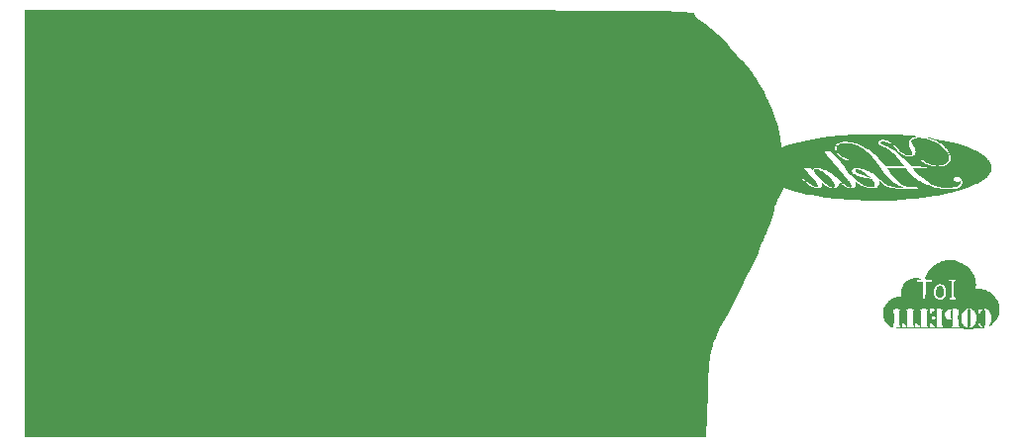
<source format=gbo>
G04 Layer: BottomSilkscreenLayer*
G04 EasyEDA v6.5.48, 2025-03-08 11:52:12*
G04 30e90ac5d70944fe866dc529022a22e9,369c048249c94b259d5cf78f180de413,10*
G04 Gerber Generator version 0.2*
G04 Scale: 100 percent, Rotated: No, Reflected: No *
G04 Dimensions in millimeters *
G04 leading zeros omitted , absolute positions ,4 integer and 5 decimal *
%FSLAX45Y45*%
%MOMM*%

%ADD10C,0.1524*%
%ADD11C,0.2032*%
%ADD12C,0.2540*%

%LPD*%
G36*
X6826453Y-3986072D02*
G01*
X6809587Y-3986428D01*
X6791655Y-3987241D01*
X6777736Y-3988308D01*
X6764578Y-3989933D01*
X6752132Y-3992168D01*
X6740194Y-3994962D01*
X6728714Y-3998417D01*
X6717436Y-4002582D01*
X6706260Y-4007510D01*
X6695135Y-4013149D01*
X6683806Y-4019651D01*
X6674103Y-4025849D01*
X6666026Y-4031996D01*
X6657695Y-4039108D01*
X6649415Y-4047134D01*
X6641236Y-4055821D01*
X6633362Y-4065015D01*
X6625844Y-4074515D01*
X6618935Y-4084218D01*
X6612737Y-4093921D01*
X6607403Y-4103471D01*
X6600596Y-4117746D01*
X6596989Y-4125874D01*
X6594297Y-4132579D01*
X6592671Y-4138066D01*
X6592062Y-4142384D01*
X6592519Y-4145737D01*
X6594144Y-4148175D01*
X6596938Y-4149902D01*
X6601002Y-4151020D01*
X6606336Y-4151629D01*
X6612991Y-4151934D01*
X6636715Y-4152290D01*
X6645554Y-4153458D01*
X6649466Y-4156201D01*
X6650329Y-4160977D01*
X6649466Y-4165803D01*
X6645808Y-4168495D01*
X6637680Y-4169714D01*
X6623303Y-4170019D01*
X6596278Y-4170019D01*
X6596278Y-4260189D01*
X6668922Y-4260189D01*
X6668922Y-4253128D01*
X6669278Y-4246321D01*
X6670090Y-4239869D01*
X6671208Y-4233672D01*
X6672783Y-4227880D01*
X6674662Y-4222445D01*
X6676948Y-4217416D01*
X6679590Y-4212793D01*
X6682536Y-4208627D01*
X6685889Y-4204868D01*
X6689547Y-4201617D01*
X6693408Y-4199026D01*
X6697878Y-4196892D01*
X6702755Y-4195165D01*
X6707987Y-4193895D01*
X6713423Y-4193082D01*
X6719011Y-4192676D01*
X6724599Y-4192727D01*
X6730136Y-4193235D01*
X6735419Y-4194200D01*
X6740347Y-4195622D01*
X6744919Y-4197553D01*
X6748881Y-4199890D01*
X6752336Y-4202633D01*
X6755485Y-4205833D01*
X6758431Y-4209592D01*
X6761124Y-4213758D01*
X6763562Y-4218279D01*
X6765696Y-4223258D01*
X6767575Y-4228541D01*
X6769100Y-4234129D01*
X6770319Y-4239971D01*
X6771233Y-4246067D01*
X6771741Y-4252366D01*
X6771944Y-4258818D01*
X6771690Y-4265523D01*
X6770979Y-4271975D01*
X6769862Y-4278172D01*
X6768287Y-4284065D01*
X6766356Y-4289704D01*
X6764020Y-4294987D01*
X6761327Y-4299915D01*
X6758330Y-4304538D01*
X6755028Y-4308703D01*
X6751472Y-4312462D01*
X6749567Y-4314139D01*
X6798970Y-4314139D01*
X6799580Y-4309973D01*
X6801510Y-4307179D01*
X6805015Y-4305604D01*
X6810248Y-4305147D01*
X6821525Y-4305147D01*
X6821525Y-4165498D01*
X6810248Y-4165498D01*
X6805523Y-4165041D01*
X6801967Y-4163720D01*
X6799732Y-4161586D01*
X6798970Y-4158742D01*
X6800291Y-4155440D01*
X6804964Y-4153357D01*
X6813956Y-4152290D01*
X6828231Y-4151985D01*
X6842556Y-4152290D01*
X6851548Y-4153357D01*
X6856222Y-4155440D01*
X6857542Y-4158742D01*
X6856831Y-4161383D01*
X6854901Y-4163517D01*
X6852056Y-4164990D01*
X6846519Y-4165600D01*
X6844842Y-4166057D01*
X6843471Y-4167022D01*
X6842353Y-4168749D01*
X6841490Y-4171492D01*
X6840778Y-4175353D01*
X6840270Y-4180636D01*
X6839712Y-4196232D01*
X6839508Y-4219905D01*
X6839610Y-4263694D01*
X6839915Y-4283151D01*
X6840270Y-4290009D01*
X6840778Y-4295292D01*
X6841490Y-4299204D01*
X6842353Y-4301896D01*
X6843471Y-4303623D01*
X6844842Y-4304639D01*
X6846519Y-4305046D01*
X6852462Y-4305706D01*
X6855307Y-4307382D01*
X6856984Y-4310227D01*
X6857542Y-4314139D01*
X6856679Y-4318965D01*
X6852767Y-4321708D01*
X6843928Y-4322876D01*
X6828231Y-4323181D01*
X6812584Y-4322876D01*
X6803745Y-4321708D01*
X6799834Y-4318965D01*
X6798970Y-4314139D01*
X6749567Y-4314139D01*
X6747662Y-4315815D01*
X6743598Y-4318711D01*
X6739331Y-4321098D01*
X6734911Y-4322978D01*
X6730288Y-4324350D01*
X6725564Y-4325213D01*
X6720687Y-4325467D01*
X6715759Y-4325112D01*
X6710781Y-4324146D01*
X6705701Y-4322521D01*
X6700316Y-4320235D01*
X6695338Y-4317492D01*
X6690868Y-4314444D01*
X6686803Y-4310938D01*
X6683146Y-4307078D01*
X6679946Y-4302760D01*
X6677202Y-4298035D01*
X6674815Y-4292904D01*
X6672884Y-4287266D01*
X6671309Y-4281170D01*
X6670141Y-4274616D01*
X6669328Y-4267555D01*
X6668922Y-4260189D01*
X6596278Y-4260189D01*
X6596227Y-4277817D01*
X6595872Y-4299153D01*
X6595516Y-4306671D01*
X6595008Y-4312462D01*
X6594348Y-4316730D01*
X6593433Y-4319676D01*
X6592316Y-4321556D01*
X6590944Y-4322622D01*
X6589268Y-4323080D01*
X6585254Y-4323080D01*
X6583578Y-4322622D01*
X6582206Y-4321556D01*
X6581089Y-4319676D01*
X6580174Y-4316730D01*
X6579514Y-4312462D01*
X6579006Y-4306671D01*
X6578447Y-4289602D01*
X6578244Y-4263542D01*
X6578244Y-4170019D01*
X6551218Y-4170019D01*
X6536994Y-4169714D01*
X6528816Y-4168495D01*
X6525107Y-4165854D01*
X6524193Y-4161282D01*
X6525006Y-4156862D01*
X6528003Y-4153966D01*
X6533845Y-4152137D01*
X6543344Y-4151071D01*
X6562496Y-4149598D01*
X6542278Y-4143552D01*
X6537096Y-4142232D01*
X6531711Y-4141165D01*
X6526072Y-4140454D01*
X6520281Y-4139996D01*
X6514388Y-4139793D01*
X6502247Y-4140250D01*
X6496100Y-4140860D01*
X6483858Y-4142892D01*
X6477812Y-4144213D01*
X6466027Y-4147616D01*
X6454952Y-4151934D01*
X6449720Y-4154373D01*
X6444792Y-4157014D01*
X6440119Y-4159859D01*
X6435852Y-4162907D01*
X6431889Y-4166057D01*
X6428486Y-4169410D01*
X6424726Y-4173626D01*
X6420764Y-4178604D01*
X6416751Y-4184091D01*
X6408928Y-4196080D01*
X6402273Y-4208221D01*
X6398158Y-4216857D01*
X6394907Y-4224274D01*
X6392570Y-4230878D01*
X6390894Y-4237177D01*
X6389928Y-4243578D01*
X6389471Y-4250537D01*
X6389471Y-4258614D01*
X6391300Y-4299610D01*
X6356654Y-4302506D01*
X6350254Y-4303369D01*
X6344056Y-4304487D01*
X6332067Y-4307433D01*
X6326276Y-4309262D01*
X6320688Y-4311294D01*
X6315202Y-4313580D01*
X6309868Y-4316120D01*
X6304635Y-4318914D01*
X6299606Y-4321911D01*
X6294678Y-4325162D01*
X6285230Y-4332376D01*
X6280759Y-4336338D01*
X6276390Y-4340555D01*
X6268110Y-4349699D01*
X6260338Y-4359859D01*
X6256629Y-4365244D01*
X6249720Y-4376877D01*
X6246418Y-4383024D01*
X6243066Y-4389882D01*
X6240373Y-4396181D01*
X6238290Y-4402328D01*
X6236716Y-4408525D01*
X6235598Y-4415129D01*
X6234887Y-4422495D01*
X6234480Y-4430826D01*
X6234430Y-4447946D01*
X6234785Y-4454956D01*
X6235395Y-4461713D01*
X6236258Y-4468114D01*
X6237427Y-4474311D01*
X6238849Y-4480255D01*
X6240627Y-4485995D01*
X6242710Y-4491532D01*
X6245098Y-4496968D01*
X6247841Y-4502302D01*
X6250940Y-4507534D01*
X6254445Y-4512716D01*
X6258306Y-4517898D01*
X6262522Y-4523079D01*
X6267196Y-4528312D01*
X6286093Y-4547870D01*
X6290462Y-4551629D01*
X6295810Y-4555134D01*
X6316980Y-4555134D01*
X6317335Y-4552543D01*
X6318300Y-4550359D01*
X6319774Y-4548936D01*
X6321501Y-4548378D01*
X6322161Y-4547870D01*
X6322822Y-4546396D01*
X6323888Y-4540504D01*
X6324803Y-4531004D01*
X6325463Y-4518152D01*
X6325870Y-4502150D01*
X6326022Y-4483354D01*
X6325870Y-4465066D01*
X6325412Y-4449013D01*
X6324752Y-4435602D01*
X6323838Y-4425289D01*
X6322771Y-4418431D01*
X6322161Y-4416450D01*
X6321501Y-4415485D01*
X6319774Y-4414113D01*
X6318300Y-4412284D01*
X6317335Y-4410354D01*
X6316980Y-4408474D01*
X6319672Y-4406849D01*
X6326936Y-4405477D01*
X6337655Y-4404563D01*
X6350762Y-4404258D01*
X6361633Y-4404461D01*
X6370472Y-4405071D01*
X6377330Y-4405985D01*
X6382054Y-4407255D01*
X6383660Y-4408271D01*
X6429603Y-4408271D01*
X6430365Y-4407458D01*
X6432448Y-4406696D01*
X6440170Y-4405426D01*
X6451650Y-4404563D01*
X6465620Y-4404258D01*
X6480505Y-4404614D01*
X6486550Y-4405020D01*
X6495796Y-4406341D01*
X6498894Y-4407204D01*
X6500972Y-4408271D01*
X6546748Y-4408271D01*
X6547459Y-4407458D01*
X6549593Y-4406696D01*
X6557314Y-4405426D01*
X6568744Y-4404563D01*
X6582765Y-4404258D01*
X6717893Y-4404258D01*
X6726478Y-4404461D01*
X6733489Y-4405020D01*
X6738874Y-4405985D01*
X6742684Y-4407306D01*
X6744766Y-4408932D01*
X6745071Y-4410862D01*
X6743649Y-4413046D01*
X6740398Y-4415485D01*
X6739788Y-4416450D01*
X6739178Y-4418330D01*
X6738061Y-4424934D01*
X6736756Y-4441748D01*
X6763207Y-4441748D01*
X6763512Y-4437075D01*
X6764375Y-4433112D01*
X6765899Y-4429506D01*
X6768185Y-4426000D01*
X6771386Y-4422292D01*
X6775551Y-4417974D01*
X6782816Y-4411522D01*
X6789826Y-4407306D01*
X6797141Y-4404969D01*
X6805371Y-4404258D01*
X6815632Y-4405071D01*
X6820611Y-4407611D01*
X6820306Y-4411827D01*
X6814718Y-4417771D01*
X6811721Y-4421936D01*
X6809587Y-4428794D01*
X6808368Y-4438548D01*
X6807962Y-4451553D01*
X6808368Y-4464507D01*
X6809587Y-4474311D01*
X6811721Y-4481169D01*
X6814718Y-4485335D01*
X6818528Y-4488840D01*
X6820763Y-4491837D01*
X6821474Y-4494326D01*
X6820662Y-4496206D01*
X6818375Y-4497476D01*
X6814616Y-4498136D01*
X6809435Y-4498187D01*
X6802831Y-4497527D01*
X6796786Y-4496511D01*
X6791299Y-4495088D01*
X6786422Y-4493260D01*
X6782053Y-4491024D01*
X6778244Y-4488281D01*
X6774891Y-4485132D01*
X6772046Y-4481423D01*
X6769608Y-4477156D01*
X6767626Y-4472381D01*
X6766052Y-4466996D01*
X6764832Y-4461002D01*
X6763410Y-4447387D01*
X6763207Y-4441748D01*
X6736756Y-4441748D01*
X6736232Y-4455160D01*
X6735927Y-4471568D01*
X6736029Y-4502505D01*
X6736486Y-4519168D01*
X6737248Y-4531410D01*
X6737807Y-4536033D01*
X6738518Y-4539843D01*
X6739331Y-4542840D01*
X6740245Y-4545228D01*
X6741363Y-4547006D01*
X6745884Y-4551578D01*
X6747337Y-4554524D01*
X6818985Y-4554524D01*
X6820408Y-4551680D01*
X6825081Y-4547006D01*
X6826199Y-4545126D01*
X6827113Y-4542637D01*
X6827926Y-4539386D01*
X6828637Y-4535271D01*
X6829653Y-4524044D01*
X6830212Y-4508144D01*
X6830466Y-4486656D01*
X6830517Y-4404258D01*
X6857542Y-4404258D01*
X6866128Y-4404461D01*
X6873138Y-4405020D01*
X6878523Y-4405985D01*
X6882282Y-4407306D01*
X6884365Y-4408932D01*
X6884720Y-4410862D01*
X6883298Y-4413046D01*
X6880047Y-4415485D01*
X6879437Y-4416450D01*
X6878218Y-4421225D01*
X6877253Y-4429556D01*
X6876440Y-4440986D01*
X6875881Y-4455160D01*
X6875576Y-4471568D01*
X6875576Y-4485538D01*
X6902602Y-4485538D01*
X6902602Y-4479848D01*
X6902907Y-4474159D01*
X6903516Y-4468469D01*
X6904481Y-4462881D01*
X6905752Y-4457344D01*
X6907377Y-4451908D01*
X6909358Y-4446625D01*
X6911644Y-4441444D01*
X6914235Y-4436516D01*
X6917232Y-4431741D01*
X6920534Y-4427169D01*
X6924192Y-4422902D01*
X6931050Y-4415993D01*
X6937705Y-4410252D01*
X6943953Y-4405782D01*
X6949541Y-4402683D01*
X6954266Y-4401058D01*
X6957923Y-4400956D01*
X6960311Y-4402582D01*
X6961124Y-4405934D01*
X6960768Y-4408779D01*
X6959803Y-4411522D01*
X6958380Y-4413910D01*
X6956653Y-4415485D01*
X6955891Y-4416602D01*
X6955180Y-4418888D01*
X6954012Y-4426508D01*
X6953097Y-4437532D01*
X6952488Y-4451096D01*
X6952132Y-4466437D01*
X6952284Y-4498848D01*
X6952742Y-4514342D01*
X6953453Y-4528159D01*
X6954418Y-4539538D01*
X6955637Y-4547666D01*
X6956348Y-4550206D01*
X6957161Y-4551578D01*
X6960209Y-4555236D01*
X6961463Y-4557877D01*
X6974636Y-4557877D01*
X6975043Y-4554524D01*
X6976059Y-4551070D01*
X6977583Y-4547870D01*
X6979412Y-4545431D01*
X6980174Y-4543806D01*
X6980834Y-4540758D01*
X6981850Y-4530801D01*
X6982459Y-4516831D01*
X6982663Y-4500067D01*
X6982561Y-4481728D01*
X6982053Y-4463084D01*
X6981291Y-4445304D01*
X6980174Y-4429709D01*
X6978853Y-4417466D01*
X6978040Y-4413046D01*
X6975957Y-4405782D01*
X6975602Y-4402836D01*
X6976211Y-4401007D01*
X6977837Y-4400296D01*
X6980529Y-4400702D01*
X6984390Y-4402226D01*
X6989470Y-4404817D01*
X6995820Y-4408576D01*
X7000341Y-4411522D01*
X7004507Y-4414672D01*
X7008317Y-4418025D01*
X7011771Y-4421682D01*
X7014972Y-4425543D01*
X7018650Y-4431131D01*
X7046722Y-4431131D01*
X7046925Y-4413656D01*
X7047331Y-4408271D01*
X7047992Y-4404715D01*
X7049058Y-4402836D01*
X7050582Y-4402226D01*
X7052716Y-4402734D01*
X7055459Y-4404106D01*
X7059980Y-4405833D01*
X7064857Y-4406493D01*
X7070140Y-4405985D01*
X7081367Y-4402531D01*
X7084872Y-4402175D01*
X7086752Y-4403496D01*
X7087260Y-4406442D01*
X7086600Y-4409338D01*
X7084720Y-4412386D01*
X7081977Y-4415231D01*
X7078624Y-4417568D01*
X7074712Y-4420920D01*
X7070293Y-4426762D01*
X7065975Y-4434230D01*
X7058964Y-4450384D01*
X7055662Y-4456836D01*
X7052767Y-4461205D01*
X7050633Y-4462830D01*
X7049109Y-4460290D01*
X7047890Y-4453483D01*
X7047026Y-4443425D01*
X7046722Y-4431131D01*
X7018650Y-4431131D01*
X7020407Y-4434128D01*
X7022693Y-4438954D01*
X7024725Y-4444085D01*
X7026503Y-4449572D01*
X7028078Y-4455515D01*
X7029399Y-4461814D01*
X7030364Y-4467809D01*
X7030974Y-4473803D01*
X7031278Y-4479798D01*
X7031228Y-4485741D01*
X7030923Y-4491634D01*
X7030262Y-4497476D01*
X7029348Y-4503166D01*
X7028129Y-4508754D01*
X7026605Y-4514189D01*
X7024827Y-4519472D01*
X7022247Y-4525518D01*
X7046722Y-4525518D01*
X7047839Y-4518964D01*
X7050786Y-4517237D01*
X7054799Y-4520234D01*
X7062165Y-4532731D01*
X7066229Y-4537862D01*
X7070953Y-4542637D01*
X7080402Y-4549902D01*
X7083856Y-4553356D01*
X7086092Y-4556607D01*
X7087108Y-4559503D01*
X7086853Y-4561789D01*
X7085279Y-4563313D01*
X7082434Y-4563821D01*
X7078218Y-4563211D01*
X7073442Y-4561128D01*
X7068312Y-4557572D01*
X7063028Y-4552848D01*
X7058050Y-4547362D01*
X7053580Y-4541469D01*
X7049973Y-4535627D01*
X7047585Y-4530191D01*
X7046722Y-4525518D01*
X7022247Y-4525518D01*
X7017867Y-4533849D01*
X7015022Y-4538116D01*
X7011924Y-4542078D01*
X7008571Y-4545685D01*
X7002018Y-4551832D01*
X6995769Y-4556709D01*
X6990029Y-4560417D01*
X6984949Y-4562754D01*
X6980681Y-4563770D01*
X6977430Y-4563313D01*
X6975398Y-4561382D01*
X6974636Y-4557877D01*
X6961463Y-4557877D01*
X6961631Y-4558233D01*
X6961530Y-4560519D01*
X6960057Y-4561992D01*
X6957314Y-4562602D01*
X6953503Y-4562246D01*
X6948779Y-4560925D01*
X6943191Y-4558538D01*
X6938568Y-4555947D01*
X6934200Y-4552950D01*
X6930085Y-4549648D01*
X6926275Y-4545990D01*
X6922719Y-4542078D01*
X6919417Y-4537862D01*
X6916420Y-4533392D01*
X6913727Y-4528667D01*
X6911289Y-4523740D01*
X6909155Y-4518660D01*
X6907326Y-4513376D01*
X6905752Y-4507992D01*
X6904532Y-4502505D01*
X6903567Y-4496917D01*
X6902602Y-4485538D01*
X6875576Y-4485538D01*
X6875678Y-4502505D01*
X6876084Y-4519168D01*
X6876897Y-4531410D01*
X6877456Y-4536033D01*
X6878167Y-4539843D01*
X6878980Y-4542840D01*
X6879894Y-4545228D01*
X6881012Y-4547006D01*
X6885635Y-4551680D01*
X6887057Y-4554524D01*
X6886549Y-4556861D01*
X6884009Y-4558690D01*
X6879437Y-4560112D01*
X6872782Y-4561128D01*
X6863994Y-4561738D01*
X6853021Y-4561890D01*
X6842099Y-4561738D01*
X6833311Y-4561128D01*
X6826605Y-4560112D01*
X6822033Y-4558690D01*
X6819493Y-4556861D01*
X6818985Y-4554524D01*
X6747337Y-4554524D01*
X6747052Y-4556709D01*
X6744868Y-4558588D01*
X6740855Y-4560062D01*
X6735013Y-4561078D01*
X6727240Y-4561687D01*
X6717639Y-4561890D01*
X6690868Y-4561890D01*
X6690868Y-4404258D01*
X6657086Y-4404258D01*
X6666280Y-4404614D01*
X6672580Y-4405731D01*
X6676186Y-4407662D01*
X6677355Y-4410456D01*
X6676644Y-4413097D01*
X6674713Y-4415586D01*
X6671868Y-4417669D01*
X6668363Y-4419041D01*
X6664299Y-4421073D01*
X6659727Y-4424781D01*
X6655257Y-4429709D01*
X6651498Y-4435297D01*
X6648145Y-4440732D01*
X6644894Y-4445152D01*
X6642150Y-4448149D01*
X6640220Y-4449267D01*
X6638899Y-4447489D01*
X6637832Y-4442663D01*
X6637070Y-4435500D01*
X6636816Y-4426762D01*
X6636816Y-4404258D01*
X6582765Y-4404258D01*
X6594551Y-4404360D01*
X6603796Y-4404766D01*
X6610603Y-4405477D01*
X6615175Y-4406544D01*
X6617665Y-4408119D01*
X6618224Y-4410151D01*
X6617055Y-4412792D01*
X6614210Y-4416044D01*
X6613194Y-4417872D01*
X6612280Y-4421225D01*
X6611467Y-4425899D01*
X6610146Y-4438599D01*
X6609181Y-4454652D01*
X6608572Y-4472736D01*
X6608484Y-4480814D01*
X6654850Y-4480814D01*
X6655104Y-4471568D01*
X6655917Y-4463745D01*
X6657187Y-4457547D01*
X6658762Y-4453128D01*
X6660591Y-4450689D01*
X6662623Y-4450384D01*
X6664706Y-4452416D01*
X6668465Y-4460697D01*
X6670852Y-4464964D01*
X6673646Y-4469231D01*
X6679895Y-4477359D01*
X6681012Y-4480814D01*
X6679895Y-4484268D01*
X6673646Y-4492396D01*
X6670852Y-4496663D01*
X6668465Y-4500981D01*
X6664706Y-4509262D01*
X6662623Y-4511243D01*
X6660591Y-4510938D01*
X6658762Y-4508500D01*
X6657187Y-4504080D01*
X6655917Y-4497882D01*
X6655104Y-4490059D01*
X6654850Y-4480814D01*
X6608484Y-4480814D01*
X6608419Y-4491482D01*
X6608724Y-4509668D01*
X6609384Y-4525873D01*
X6610553Y-4538776D01*
X6611315Y-4543602D01*
X6612178Y-4547158D01*
X6613144Y-4549190D01*
X6615531Y-4552594D01*
X6616547Y-4555388D01*
X6616039Y-4557623D01*
X6613855Y-4559300D01*
X6609943Y-4560519D01*
X6604152Y-4561332D01*
X6596380Y-4561789D01*
X6636816Y-4561890D01*
X6636969Y-4527499D01*
X6637375Y-4519625D01*
X6637985Y-4514291D01*
X6638696Y-4512360D01*
X6640169Y-4513580D01*
X6642862Y-4516932D01*
X6646316Y-4521860D01*
X6650177Y-4527905D01*
X6654596Y-4534154D01*
X6659524Y-4539691D01*
X6664401Y-4543907D01*
X6671970Y-4547819D01*
X6674764Y-4550054D01*
X6676644Y-4552746D01*
X6677355Y-4555439D01*
X6676237Y-4558436D01*
X6672681Y-4560417D01*
X6666433Y-4561535D01*
X6657086Y-4561890D01*
X6560261Y-4561890D01*
X6560210Y-4475632D01*
X6559956Y-4452975D01*
X6559397Y-4436668D01*
X6558991Y-4430572D01*
X6558432Y-4425696D01*
X6557721Y-4421886D01*
X6556908Y-4419041D01*
X6555943Y-4417009D01*
X6554774Y-4415688D01*
X6550863Y-4413554D01*
X6548729Y-4411878D01*
X6547256Y-4410049D01*
X6546748Y-4408271D01*
X6500972Y-4408271D01*
X6501942Y-4409338D01*
X6501892Y-4410608D01*
X6500723Y-4411929D01*
X6498386Y-4413351D01*
X6494932Y-4414875D01*
X6493764Y-4415891D01*
X6492697Y-4418025D01*
X6491732Y-4421073D01*
X6490106Y-4429709D01*
X6488836Y-4441139D01*
X6488023Y-4454601D01*
X6487617Y-4469384D01*
X6487566Y-4484725D01*
X6487972Y-4499965D01*
X6488785Y-4514240D01*
X6489954Y-4526940D01*
X6491579Y-4537303D01*
X6492544Y-4541367D01*
X6493611Y-4544568D01*
X6494780Y-4546803D01*
X6497523Y-4551121D01*
X6498894Y-4554575D01*
X6498742Y-4557217D01*
X6496913Y-4559147D01*
X6493205Y-4560519D01*
X6487515Y-4561332D01*
X6479641Y-4561789D01*
X6469380Y-4561890D01*
X6510680Y-4561890D01*
X6510680Y-4534865D01*
X6510934Y-4524908D01*
X6511594Y-4517288D01*
X6512661Y-4512056D01*
X6514185Y-4509160D01*
X6516116Y-4508652D01*
X6518452Y-4510532D01*
X6521196Y-4514799D01*
X6524244Y-4521504D01*
X6527292Y-4527499D01*
X6531406Y-4533646D01*
X6535978Y-4539234D01*
X6540601Y-4543552D01*
X6545732Y-4547971D01*
X6549085Y-4551781D01*
X6550609Y-4554931D01*
X6550355Y-4557471D01*
X6548272Y-4559452D01*
X6544309Y-4560824D01*
X6538569Y-4561636D01*
X6530949Y-4561890D01*
X6443116Y-4561890D01*
X6443014Y-4463440D01*
X6442608Y-4444085D01*
X6441846Y-4430572D01*
X6440627Y-4421886D01*
X6439814Y-4419041D01*
X6438798Y-4417009D01*
X6437680Y-4415688D01*
X6433718Y-4413554D01*
X6431584Y-4411878D01*
X6430162Y-4410049D01*
X6429603Y-4408271D01*
X6383660Y-4408271D01*
X6384544Y-4408830D01*
X6384696Y-4410659D01*
X6382512Y-4412691D01*
X6377787Y-4414875D01*
X6376619Y-4415891D01*
X6375552Y-4418025D01*
X6374587Y-4421073D01*
X6372961Y-4429709D01*
X6371742Y-4441139D01*
X6370929Y-4454601D01*
X6370472Y-4469384D01*
X6370472Y-4484725D01*
X6370878Y-4499965D01*
X6371640Y-4514240D01*
X6372860Y-4526940D01*
X6374485Y-4537303D01*
X6375400Y-4541367D01*
X6376466Y-4544568D01*
X6379972Y-4550664D01*
X6381496Y-4554270D01*
X6382004Y-4557217D01*
X6381394Y-4559046D01*
X6377889Y-4560163D01*
X6370370Y-4561078D01*
X6359956Y-4561687D01*
X6347764Y-4561890D01*
X6393586Y-4561890D01*
X6393586Y-4534865D01*
X6393789Y-4524908D01*
X6394450Y-4517288D01*
X6395567Y-4512056D01*
X6397091Y-4509160D01*
X6399022Y-4508652D01*
X6401358Y-4510532D01*
X6404051Y-4514799D01*
X6407150Y-4521504D01*
X6410198Y-4527499D01*
X6414262Y-4533646D01*
X6418884Y-4539234D01*
X6423456Y-4543552D01*
X6428587Y-4547971D01*
X6431940Y-4551781D01*
X6433515Y-4554931D01*
X6433210Y-4557471D01*
X6431127Y-4559452D01*
X6427216Y-4560824D01*
X6421475Y-4561636D01*
X6413855Y-4561890D01*
X6347764Y-4561890D01*
X6332677Y-4561586D01*
X6323228Y-4560519D01*
X6318402Y-4558436D01*
X6316980Y-4555134D01*
X6295810Y-4555134D01*
X6301130Y-4557674D01*
X6308191Y-4560163D01*
X6316929Y-4562246D01*
X6327698Y-4563973D01*
X6340906Y-4565497D01*
X6356959Y-4566716D01*
X6376212Y-4567732D01*
X6399072Y-4568596D01*
X6457086Y-4569917D01*
X6534048Y-4570933D01*
X6751574Y-4573168D01*
X6896557Y-4574235D01*
X6957618Y-4574489D01*
X7051040Y-4574286D01*
X7073798Y-4573879D01*
X7079183Y-4573574D01*
X7089698Y-4571695D01*
X7095490Y-4569510D01*
X7097928Y-4566615D01*
X7097471Y-4558944D01*
X7098334Y-4555134D01*
X7100163Y-4551578D01*
X7103922Y-4547057D01*
X7105040Y-4544466D01*
X7106056Y-4540961D01*
X7107783Y-4531512D01*
X7109053Y-4519523D01*
X7109968Y-4505706D01*
X7110425Y-4490720D01*
X7110425Y-4475327D01*
X7110069Y-4460290D01*
X7109256Y-4446320D01*
X7107986Y-4434078D01*
X7106361Y-4424375D01*
X7105345Y-4420717D01*
X7104227Y-4417923D01*
X7103008Y-4416145D01*
X7099706Y-4412538D01*
X7097522Y-4409389D01*
X7096302Y-4406747D01*
X7095998Y-4404614D01*
X7096556Y-4402988D01*
X7097877Y-4401820D01*
X7099858Y-4401210D01*
X7102398Y-4401007D01*
X7105497Y-4401312D01*
X7108952Y-4402124D01*
X7112812Y-4403394D01*
X7116876Y-4405172D01*
X7121093Y-4407408D01*
X7125411Y-4410100D01*
X7129729Y-4413300D01*
X7133996Y-4416958D01*
X7138263Y-4421174D01*
X7142073Y-4425594D01*
X7145528Y-4430166D01*
X7148525Y-4434992D01*
X7151166Y-4440021D01*
X7153402Y-4445355D01*
X7155230Y-4450943D01*
X7156754Y-4456887D01*
X7157872Y-4463135D01*
X7158685Y-4469841D01*
X7159193Y-4476902D01*
X7159345Y-4484420D01*
X7159193Y-4491228D01*
X7158736Y-4497679D01*
X7157974Y-4503775D01*
X7156856Y-4509566D01*
X7155383Y-4515205D01*
X7153554Y-4520793D01*
X7151319Y-4526280D01*
X7144816Y-4540046D01*
X7142225Y-4546701D01*
X7141108Y-4551222D01*
X7141667Y-4552899D01*
X7142988Y-4552391D01*
X7148372Y-4548581D01*
X7156754Y-4541723D01*
X7167016Y-4532731D01*
X7177379Y-4523130D01*
X7186218Y-4514037D01*
X7194194Y-4504893D01*
X7201255Y-4495596D01*
X7207503Y-4486198D01*
X7212888Y-4476546D01*
X7217460Y-4466691D01*
X7219492Y-4461662D01*
X7222845Y-4451350D01*
X7225487Y-4440732D01*
X7227366Y-4429709D01*
X7228484Y-4418228D01*
X7228941Y-4406341D01*
X7228840Y-4391761D01*
X7228128Y-4380230D01*
X7227417Y-4375150D01*
X7226401Y-4370273D01*
X7225080Y-4365396D01*
X7223353Y-4360367D01*
X7221220Y-4354982D01*
X7215479Y-4342434D01*
X7208621Y-4328617D01*
X7202170Y-4316933D01*
X7195667Y-4306366D01*
X7188860Y-4296765D01*
X7181646Y-4288129D01*
X7177938Y-4284065D01*
X7170013Y-4276496D01*
X7161428Y-4269536D01*
X7156907Y-4266234D01*
X7147204Y-4259986D01*
X7136587Y-4254042D01*
X7125157Y-4248404D01*
X7114641Y-4243882D01*
X7109663Y-4242003D01*
X7099757Y-4239056D01*
X7089343Y-4236872D01*
X7077659Y-4235348D01*
X7063892Y-4234281D01*
X7026452Y-4231944D01*
X7028180Y-4191965D01*
X7027976Y-4180890D01*
X7027164Y-4170019D01*
X7025589Y-4159250D01*
X7023353Y-4148582D01*
X7020407Y-4138117D01*
X7016750Y-4127703D01*
X7012381Y-4117390D01*
X7007301Y-4107129D01*
X7001459Y-4096918D01*
X6994906Y-4086809D01*
X6987641Y-4076700D01*
X6979615Y-4066590D01*
X6970826Y-4056532D01*
X6962292Y-4047540D01*
X6954774Y-4040327D01*
X6947103Y-4033926D01*
X6943090Y-4030878D01*
X6934352Y-4025087D01*
X6924446Y-4019397D01*
X6912914Y-4013606D01*
X6899351Y-4007358D01*
X6883400Y-4000500D01*
X6867855Y-3994099D01*
X6861454Y-3991711D01*
X6855714Y-3989832D01*
X6850278Y-3988358D01*
X6844893Y-3987292D01*
X6839305Y-3986580D01*
G37*
G36*
X6720890Y-4206494D02*
G01*
X6713575Y-4207052D01*
X6706819Y-4208830D01*
X6703415Y-4210710D01*
X6700266Y-4213453D01*
X6697370Y-4216958D01*
X6694779Y-4221226D01*
X6692544Y-4226052D01*
X6690614Y-4231386D01*
X6689039Y-4237177D01*
X6687820Y-4243273D01*
X6687007Y-4249572D01*
X6686600Y-4255973D01*
X6686550Y-4262475D01*
X6686956Y-4268825D01*
X6687820Y-4275074D01*
X6689140Y-4281017D01*
X6690918Y-4286656D01*
X6693204Y-4291787D01*
X6696557Y-4297121D01*
X6700570Y-4301490D01*
X6705041Y-4304893D01*
X6709867Y-4307332D01*
X6714998Y-4308754D01*
X6720179Y-4309211D01*
X6725412Y-4308703D01*
X6730492Y-4307230D01*
X6735368Y-4304741D01*
X6739839Y-4301337D01*
X6743852Y-4296918D01*
X6747205Y-4291533D01*
X6749389Y-4286605D01*
X6751066Y-4281170D01*
X6752336Y-4275328D01*
X6753148Y-4269232D01*
X6753555Y-4262882D01*
X6753555Y-4256430D01*
X6753199Y-4249978D01*
X6752437Y-4243679D01*
X6751320Y-4237532D01*
X6749897Y-4231741D01*
X6748119Y-4226356D01*
X6746036Y-4221429D01*
X6743649Y-4217162D01*
X6740956Y-4213606D01*
X6738061Y-4210862D01*
X6734860Y-4209084D01*
X6728155Y-4207154D01*
G37*
G36*
X6249466Y-2907690D02*
G01*
X6190488Y-2908147D01*
X6113018Y-2909112D01*
X6045352Y-2910230D01*
X5989218Y-2911500D01*
X5954674Y-2912719D01*
X5903112Y-2916682D01*
X5842914Y-2922168D01*
X5795111Y-2927248D01*
X5765088Y-2930702D01*
X5726684Y-2935478D01*
X5701893Y-2938830D01*
X5677204Y-2942894D01*
X5584393Y-2959608D01*
X5547258Y-2967024D01*
X5511901Y-2974848D01*
X5498236Y-2978099D01*
X5471718Y-2984804D01*
X5440172Y-2993593D01*
X5410403Y-3002686D01*
X5387797Y-3010255D01*
X5361127Y-3020009D01*
X5341061Y-3028035D01*
X5322112Y-3036265D01*
X5304282Y-3044698D01*
X5287568Y-3053283D01*
X5271973Y-3062020D01*
X5257546Y-3070910D01*
X5244185Y-3079953D01*
X5231993Y-3089148D01*
X5220868Y-3098444D01*
X5213299Y-3105454D01*
X5204206Y-3114954D01*
X5196230Y-3124504D01*
X5189372Y-3134156D01*
X5183632Y-3143859D01*
X5180076Y-3151174D01*
X5176367Y-3160979D01*
X5174894Y-3165906D01*
X5172862Y-3175762D01*
X5171948Y-3185668D01*
X5172202Y-3195574D01*
X5173573Y-3205480D01*
X5176062Y-3215386D01*
X5177739Y-3220313D01*
X5179720Y-3225241D01*
X5184495Y-3235096D01*
X5190439Y-3244900D01*
X5197500Y-3254654D01*
X5203596Y-3261918D01*
X5212638Y-3271570D01*
X5222849Y-3281121D01*
X5234228Y-3290620D01*
X5240324Y-3295294D01*
X5250027Y-3302304D01*
X5263997Y-3311550D01*
X5279085Y-3320643D01*
X5295341Y-3329584D01*
X5312714Y-3338423D01*
X5331256Y-3347110D01*
X5350967Y-3355594D01*
X5371795Y-3363874D01*
X5393842Y-3372002D01*
X5417007Y-3379927D01*
X5441289Y-3387648D01*
X5466791Y-3395167D01*
X5493410Y-3402431D01*
X5528360Y-3411169D01*
X5557621Y-3417874D01*
X5583326Y-3423412D01*
X5622899Y-3431235D01*
X5670854Y-3439261D01*
X5707075Y-3444849D01*
X5742533Y-3449675D01*
X5773166Y-3453434D01*
X5804662Y-3456940D01*
X5843422Y-3460800D01*
X5876391Y-3463747D01*
X5930087Y-3467862D01*
X5964123Y-3470046D01*
X6005118Y-3472332D01*
X6073495Y-3475177D01*
X6120942Y-3476447D01*
X6161024Y-3477056D01*
X6219748Y-3477158D01*
X6251448Y-3476751D01*
X6306261Y-3475177D01*
X6335318Y-3473856D01*
X6363157Y-3472179D01*
X6389776Y-3470148D01*
X6466484Y-3463493D01*
X6524193Y-3458006D01*
X6547357Y-3455619D01*
X6585051Y-3451047D01*
X6615175Y-3446526D01*
X6634683Y-3443376D01*
X6665061Y-3438855D01*
X6705295Y-3431590D01*
X6736892Y-3425240D01*
X6804355Y-3411016D01*
X6819849Y-3407562D01*
X6841439Y-3401872D01*
X6867855Y-3394201D01*
X6896455Y-3385515D01*
X6924598Y-3376472D01*
X6949592Y-3368090D01*
X6968845Y-3361029D01*
X7005015Y-3345281D01*
X7027468Y-3335274D01*
X7038543Y-3329990D01*
X7049058Y-3324656D01*
X7059117Y-3319221D01*
X7068718Y-3313734D01*
X7077811Y-3308197D01*
X7086447Y-3302558D01*
X7094575Y-3296869D01*
X7102246Y-3291179D01*
X7109409Y-3285388D01*
X7116114Y-3279546D01*
X7122363Y-3273653D01*
X7128103Y-3267760D01*
X7133386Y-3261817D01*
X7138212Y-3255822D01*
X7142581Y-3249777D01*
X7146493Y-3243732D01*
X7149896Y-3237636D01*
X7152894Y-3231489D01*
X7155383Y-3225342D01*
X7157415Y-3219196D01*
X7158990Y-3213049D01*
X7160158Y-3206851D01*
X7160818Y-3200654D01*
X7161022Y-3194456D01*
X7160818Y-3188258D01*
X7160158Y-3182061D01*
X7158990Y-3175863D01*
X7157466Y-3169666D01*
X7155434Y-3163468D01*
X7152944Y-3157270D01*
X7150049Y-3151124D01*
X7146696Y-3144977D01*
X7142937Y-3138881D01*
X7138720Y-3132785D01*
X7134047Y-3126689D01*
X7128967Y-3120644D01*
X7123430Y-3114649D01*
X7117486Y-3108655D01*
X7111085Y-3102711D01*
X7104278Y-3096818D01*
X7097014Y-3090976D01*
X7089394Y-3085185D01*
X7072782Y-3073755D01*
X7063841Y-3068116D01*
X7054494Y-3062528D01*
X7044740Y-3057042D01*
X7023912Y-3046222D01*
X7001509Y-3035706D01*
X6989673Y-3030524D01*
X6964781Y-3020517D01*
X6951725Y-3015589D01*
X6924395Y-3006090D01*
X6895490Y-2996946D01*
X6865010Y-2988259D01*
X6832904Y-2979978D01*
X6810806Y-2974644D01*
X6790994Y-2970174D01*
X6732727Y-2958084D01*
X6689039Y-2949346D01*
X6657746Y-2943453D01*
X6636816Y-2939999D01*
X6629603Y-2939084D01*
X6624320Y-2938729D01*
X6620611Y-2938780D01*
X6618325Y-2939237D01*
X6617004Y-2940050D01*
X6617258Y-2940761D01*
X6618884Y-2941320D01*
X6626859Y-2942336D01*
X6634378Y-2944114D01*
X6643268Y-2946755D01*
X6652615Y-2949854D01*
X6665417Y-2954731D01*
X6677761Y-2959912D01*
X6689547Y-2965399D01*
X6700875Y-2971139D01*
X6711645Y-2977184D01*
X6721906Y-2983484D01*
X6731609Y-2989986D01*
X6740855Y-2996692D01*
X6749491Y-3003550D01*
X6757619Y-3010611D01*
X6765239Y-3017774D01*
X6772249Y-3025038D01*
X6778752Y-3032404D01*
X6784644Y-3039821D01*
X6790029Y-3047288D01*
X6794804Y-3054807D01*
X6799021Y-3062274D01*
X6802628Y-3069742D01*
X6805675Y-3077159D01*
X6808165Y-3084525D01*
X6810044Y-3091789D01*
X6811314Y-3098952D01*
X6811975Y-3105962D01*
X6812025Y-3112871D01*
X6811467Y-3119526D01*
X6810349Y-3126028D01*
X6808520Y-3132328D01*
X6806133Y-3138322D01*
X6803085Y-3144113D01*
X6799376Y-3149549D01*
X6795058Y-3154730D01*
X6790080Y-3159556D01*
X6784492Y-3164027D01*
X6778193Y-3168091D01*
X6771233Y-3171799D01*
X6763664Y-3175101D01*
X6755384Y-3177895D01*
X6746443Y-3180283D01*
X6736791Y-3182162D01*
X6726478Y-3183534D01*
X6715506Y-3184398D01*
X6703771Y-3184652D01*
X6691680Y-3184194D01*
X6678980Y-3182874D01*
X6665925Y-3180740D01*
X6652717Y-3177895D01*
X6639559Y-3174441D01*
X6626656Y-3170428D01*
X6614261Y-3165957D01*
X6602577Y-3161131D01*
X6591757Y-3155950D01*
X6582054Y-3150616D01*
X6577685Y-3147872D01*
X6570065Y-3142335D01*
X6566865Y-3139541D01*
X6564122Y-3136798D01*
X6561836Y-3134004D01*
X6560007Y-3131312D01*
X6558737Y-3128619D01*
X6557568Y-3124708D01*
X6557568Y-3122117D01*
X6558788Y-3120898D01*
X6561175Y-3121050D01*
X6564833Y-3122523D01*
X6569760Y-3125368D01*
X6575907Y-3129584D01*
X6588404Y-3138932D01*
X6598615Y-3145993D01*
X6608978Y-3152241D01*
X6619494Y-3157778D01*
X6630060Y-3162655D01*
X6640677Y-3166770D01*
X6651294Y-3170224D01*
X6661861Y-3173018D01*
X6672275Y-3175101D01*
X6682638Y-3176574D01*
X6692747Y-3177438D01*
X6702704Y-3177641D01*
X6712356Y-3177286D01*
X6721703Y-3176320D01*
X6730695Y-3174796D01*
X6739331Y-3172663D01*
X6747509Y-3170021D01*
X6755231Y-3166821D01*
X6762445Y-3163112D01*
X6769049Y-3158896D01*
X6775094Y-3154172D01*
X6780530Y-3148939D01*
X6785203Y-3143300D01*
X6787337Y-3140303D01*
X6790944Y-3133953D01*
X6793738Y-3127197D01*
X6794855Y-3123641D01*
X6796379Y-3116224D01*
X6796836Y-3112363D01*
X6797040Y-3104388D01*
X6796278Y-3096056D01*
X6794500Y-3087319D01*
X6791706Y-3078226D01*
X6787794Y-3068777D01*
X6783273Y-3060141D01*
X6777837Y-3051556D01*
X6771589Y-3043174D01*
X6764528Y-3034944D01*
X6756755Y-3026968D01*
X6748272Y-3019145D01*
X6739229Y-3011576D01*
X6729628Y-3004261D01*
X6719519Y-2997250D01*
X6708952Y-2990545D01*
X6697980Y-2984144D01*
X6686753Y-2978048D01*
X6675170Y-2972358D01*
X6663436Y-2967024D01*
X6651548Y-2962097D01*
X6639509Y-2957576D01*
X6627469Y-2953562D01*
X6615430Y-2949956D01*
X6603492Y-2946806D01*
X6591655Y-2944215D01*
X6580022Y-2942082D01*
X6568592Y-2940558D01*
X6557467Y-2939542D01*
X6546748Y-2939135D01*
X6536385Y-2939338D01*
X6526530Y-2940151D01*
X6517233Y-2941624D01*
X6508445Y-2943758D01*
X6500368Y-2946603D01*
X6496558Y-2948228D01*
X6489496Y-2952140D01*
X6486296Y-2954324D01*
X6483248Y-2956763D01*
X6470954Y-2968752D01*
X6488988Y-3003346D01*
X6503873Y-3031337D01*
X6507734Y-3040227D01*
X6509156Y-3044494D01*
X6511035Y-3052470D01*
X6511544Y-3056229D01*
X6511747Y-3059836D01*
X6511340Y-3066592D01*
X6510731Y-3069742D01*
X6508750Y-3075533D01*
X6507378Y-3078226D01*
X6505803Y-3080715D01*
X6501993Y-3085236D01*
X6497320Y-3089148D01*
X6491935Y-3092399D01*
X6485890Y-3094990D01*
X6479235Y-3096920D01*
X6471970Y-3098139D01*
X6464300Y-3098749D01*
X6456222Y-3098647D01*
X6447790Y-3097885D01*
X6439103Y-3096412D01*
X6430162Y-3094278D01*
X6421170Y-3091434D01*
X6412077Y-3087878D01*
X6402984Y-3083610D01*
X6393992Y-3078632D01*
X6385153Y-3072942D01*
X6376466Y-3066542D01*
X6368135Y-3059379D01*
X6360109Y-3051505D01*
X6352540Y-3042869D01*
X6343700Y-3031540D01*
X6334455Y-3020212D01*
X6330188Y-3015437D01*
X6321856Y-3007258D01*
X6317640Y-3003651D01*
X6308445Y-2997047D01*
X6297726Y-2990545D01*
X6284315Y-2983484D01*
X6277152Y-2980283D01*
X6270040Y-2977489D01*
X6263030Y-2975102D01*
X6256223Y-2973222D01*
X6249619Y-2971800D01*
X6243370Y-2970834D01*
X6237427Y-2970377D01*
X6231940Y-2970428D01*
X6226911Y-2970936D01*
X6222441Y-2972003D01*
X6218580Y-2973628D01*
X6214364Y-2976067D01*
X6211316Y-2978454D01*
X6209538Y-2980842D01*
X6209030Y-2983179D01*
X6209842Y-2985617D01*
X6212078Y-2988157D01*
X6215684Y-2990799D01*
X6220815Y-2993644D01*
X6227419Y-2996692D01*
X6245352Y-3003651D01*
X6266992Y-3011220D01*
X6276187Y-3014878D01*
X6283401Y-3018180D01*
X6287617Y-3020568D01*
X6291326Y-3023057D01*
X6297066Y-3026460D01*
X6319164Y-3038094D01*
X6326378Y-3042310D01*
X6332524Y-3046222D01*
X6336639Y-3049320D01*
X6347206Y-3058210D01*
X6370320Y-3077108D01*
X6379057Y-3084779D01*
X6398971Y-3103321D01*
X6409588Y-3113633D01*
X6435648Y-3139948D01*
X6453479Y-3159201D01*
X6473850Y-3182721D01*
X6549796Y-3184906D01*
X6578650Y-3186328D01*
X6589979Y-3187141D01*
X6599224Y-3188055D01*
X6606336Y-3189020D01*
X6611366Y-3189986D01*
X6614210Y-3190951D01*
X6614871Y-3191459D01*
X6614972Y-3191916D01*
X6614515Y-3192373D01*
X6611975Y-3193237D01*
X6607200Y-3194050D01*
X6600240Y-3194761D01*
X6591096Y-3195370D01*
X6565950Y-3196132D01*
X6518808Y-3196590D01*
X6506260Y-3197047D01*
X6496558Y-3197656D01*
X6490309Y-3198317D01*
X6488684Y-3198723D01*
X6488125Y-3199130D01*
X6488480Y-3200654D01*
X6490766Y-3204921D01*
X6495084Y-3210610D01*
X6501180Y-3217519D01*
X6508800Y-3225444D01*
X6517741Y-3234182D01*
X6527800Y-3243630D01*
X6550456Y-3263747D01*
X6574942Y-3284321D01*
X6599580Y-3303828D01*
X6611416Y-3312718D01*
X6622592Y-3320796D01*
X6632956Y-3327857D01*
X6642252Y-3333750D01*
X6650278Y-3338271D01*
X6659880Y-3342640D01*
X6672580Y-3347567D01*
X6685635Y-3351936D01*
X6698945Y-3355695D01*
X6712458Y-3358896D01*
X6726123Y-3361537D01*
X6739788Y-3363620D01*
X6753453Y-3365144D01*
X6766915Y-3366160D01*
X6780225Y-3366617D01*
X6793179Y-3366515D01*
X6805777Y-3365957D01*
X6817918Y-3364839D01*
X6829501Y-3363214D01*
X6840423Y-3361131D01*
X6850634Y-3358540D01*
X6860031Y-3355492D01*
X6868566Y-3351936D01*
X6876084Y-3347923D01*
X6882587Y-3343452D01*
X6885381Y-3341065D01*
X6887921Y-3338525D01*
X6890105Y-3335934D01*
X6892036Y-3333191D01*
X6893610Y-3330346D01*
X6894830Y-3327400D01*
X6895693Y-3324351D01*
X6896252Y-3321151D01*
X6896404Y-3317900D01*
X6896150Y-3312109D01*
X6895541Y-3309518D01*
X6894322Y-3309823D01*
X6892340Y-3312769D01*
X6889242Y-3316325D01*
X6885025Y-3318662D01*
X6879894Y-3319881D01*
X6874154Y-3320135D01*
X6868058Y-3319424D01*
X6861911Y-3317900D01*
X6855917Y-3315563D01*
X6850430Y-3312617D01*
X6845706Y-3309061D01*
X6841998Y-3304997D01*
X6839559Y-3300526D01*
X6838696Y-3295751D01*
X6839051Y-3291078D01*
X6840067Y-3287014D01*
X6841693Y-3283458D01*
X6843877Y-3280410D01*
X6846570Y-3277870D01*
X6849668Y-3275838D01*
X6853174Y-3274263D01*
X6856933Y-3273196D01*
X6860997Y-3272586D01*
X6865213Y-3272383D01*
X6869582Y-3272637D01*
X6874052Y-3273348D01*
X6878472Y-3274415D01*
X6882892Y-3275939D01*
X6887159Y-3277819D01*
X6891324Y-3280054D01*
X6895185Y-3282696D01*
X6898843Y-3285693D01*
X6902094Y-3288995D01*
X6904939Y-3292652D01*
X6907326Y-3296615D01*
X6909206Y-3300882D01*
X6910476Y-3305403D01*
X6911136Y-3310229D01*
X6911187Y-3317443D01*
X6910476Y-3324199D01*
X6909104Y-3330549D01*
X6907022Y-3336493D01*
X6904228Y-3342030D01*
X6900824Y-3347161D01*
X6896811Y-3351936D01*
X6892188Y-3356254D01*
X6886956Y-3360216D01*
X6881215Y-3363823D01*
X6874916Y-3367024D01*
X6868159Y-3369868D01*
X6860895Y-3372358D01*
X6853174Y-3374491D01*
X6845046Y-3376269D01*
X6836511Y-3377641D01*
X6827570Y-3378758D01*
X6818274Y-3379470D01*
X6808622Y-3379876D01*
X6798716Y-3379927D01*
X6788505Y-3379673D01*
X6777990Y-3379114D01*
X6767271Y-3378250D01*
X6756298Y-3377082D01*
X6733895Y-3373780D01*
X6710883Y-3369360D01*
X6687464Y-3363772D01*
X6663893Y-3357118D01*
X6652056Y-3353409D01*
X6628536Y-3345179D01*
X6616903Y-3340709D01*
X6593840Y-3331057D01*
X6576974Y-3323183D01*
X6565900Y-3317646D01*
X6555028Y-3311906D01*
X6544411Y-3305962D01*
X6534048Y-3299815D01*
X6523939Y-3293465D01*
X6514134Y-3286912D01*
X6504685Y-3280156D01*
X6495542Y-3273247D01*
X6486804Y-3266135D01*
X6478422Y-3258870D01*
X6470446Y-3251403D01*
X6462928Y-3243783D01*
X6455918Y-3235960D01*
X6449364Y-3228035D01*
X6443319Y-3219958D01*
X6437782Y-3211728D01*
X6428536Y-3196234D01*
X6271463Y-3196234D01*
X6282944Y-3214420D01*
X6290716Y-3226003D01*
X6298946Y-3237687D01*
X6307632Y-3249371D01*
X6316573Y-3260953D01*
X6325666Y-3272180D01*
X6334861Y-3283051D01*
X6343954Y-3293364D01*
X6352895Y-3303015D01*
X6361531Y-3311855D01*
X6369761Y-3319779D01*
X6377432Y-3326587D01*
X6384493Y-3332226D01*
X6390792Y-3336544D01*
X6401206Y-3342132D01*
X6414719Y-3348786D01*
X6426301Y-3353968D01*
X6436410Y-3357676D01*
X6441084Y-3359048D01*
X6445605Y-3360115D01*
X6454394Y-3361385D01*
X6458762Y-3361639D01*
X6467805Y-3361385D01*
X6484975Y-3359505D01*
X6492036Y-3358997D01*
X6505041Y-3358946D01*
X6510883Y-3359353D01*
X6516166Y-3360064D01*
X6520789Y-3361029D01*
X6524752Y-3362299D01*
X6527952Y-3363772D01*
X6530340Y-3365500D01*
X6531813Y-3367481D01*
X6532321Y-3369614D01*
X6532168Y-3370529D01*
X6531559Y-3371291D01*
X6530441Y-3372002D01*
X6526326Y-3373170D01*
X6519062Y-3374034D01*
X6507988Y-3374644D01*
X6471310Y-3375202D01*
X6407759Y-3375151D01*
X6372098Y-3374542D01*
X6356654Y-3373882D01*
X6342634Y-3373018D01*
X6329832Y-3371850D01*
X6318097Y-3370326D01*
X6307328Y-3368446D01*
X6297320Y-3366109D01*
X6287973Y-3363366D01*
X6279134Y-3360115D01*
X6270650Y-3356305D01*
X6262319Y-3351936D01*
X6254038Y-3346958D01*
X6245656Y-3341370D01*
X6237020Y-3335020D01*
X6227978Y-3328009D01*
X6202883Y-3307334D01*
X6202730Y-3322320D01*
X6202273Y-3326739D01*
X6201511Y-3331006D01*
X6200495Y-3335020D01*
X6199225Y-3338880D01*
X6197650Y-3342487D01*
X6195872Y-3345891D01*
X6193790Y-3349091D01*
X6191504Y-3352088D01*
X6188964Y-3354832D01*
X6183223Y-3359810D01*
X6176568Y-3363874D01*
X6169202Y-3367125D01*
X6161024Y-3369564D01*
X6152235Y-3371138D01*
X6142786Y-3371850D01*
X6132830Y-3371697D01*
X6122314Y-3370732D01*
X6111443Y-3368903D01*
X6100114Y-3366211D01*
X6088532Y-3362655D01*
X6076696Y-3358286D01*
X6064605Y-3353003D01*
X6052413Y-3346907D01*
X6040170Y-3339896D01*
X6027877Y-3332073D01*
X6015634Y-3323386D01*
X5996025Y-3308654D01*
X5999937Y-3323234D01*
X6001054Y-3328517D01*
X6001613Y-3333546D01*
X6001613Y-3338271D01*
X6001054Y-3342690D01*
X6000038Y-3346856D01*
X5998514Y-3350717D01*
X5996533Y-3354273D01*
X5994146Y-3357473D01*
X5991402Y-3360420D01*
X5988253Y-3363010D01*
X5984748Y-3365296D01*
X5980938Y-3367227D01*
X5976874Y-3368801D01*
X5972505Y-3370072D01*
X5967933Y-3370986D01*
X5963158Y-3371494D01*
X5958179Y-3371646D01*
X5953099Y-3371443D01*
X5947867Y-3370834D01*
X5942533Y-3369868D01*
X5937148Y-3368497D01*
X5931712Y-3366719D01*
X5926277Y-3364484D01*
X5920892Y-3361893D01*
X5915507Y-3358896D01*
X5910173Y-3355441D01*
X5904992Y-3351529D01*
X5891326Y-3339642D01*
X5883605Y-3333191D01*
X5876747Y-3327958D01*
X5870956Y-3323894D01*
X5866282Y-3321202D01*
X5862777Y-3319830D01*
X5860643Y-3319932D01*
X5859881Y-3321507D01*
X5859678Y-3326739D01*
X5859068Y-3331718D01*
X5858052Y-3336391D01*
X5856681Y-3340811D01*
X5854954Y-3344926D01*
X5852922Y-3348736D01*
X5850534Y-3352241D01*
X5847842Y-3355441D01*
X5844844Y-3358387D01*
X5841593Y-3361029D01*
X5838088Y-3363315D01*
X5834380Y-3365347D01*
X5830417Y-3367074D01*
X5826201Y-3368446D01*
X5821832Y-3369564D01*
X5817311Y-3370326D01*
X5812637Y-3370783D01*
X5807811Y-3370935D01*
X5802833Y-3370783D01*
X5797753Y-3370275D01*
X5787390Y-3368294D01*
X5782106Y-3366820D01*
X5776772Y-3364992D01*
X5771438Y-3362858D01*
X5766054Y-3360369D01*
X5760720Y-3357524D01*
X5755386Y-3354374D01*
X5750102Y-3350869D01*
X5744870Y-3347059D01*
X5739688Y-3342843D01*
X5721654Y-3326434D01*
X5717438Y-3323082D01*
X5714492Y-3321253D01*
X5712663Y-3320999D01*
X5711850Y-3322116D01*
X5711799Y-3324656D01*
X5713120Y-3333038D01*
X5713476Y-3337306D01*
X5713476Y-3341319D01*
X5713171Y-3345027D01*
X5712561Y-3348532D01*
X5711596Y-3351784D01*
X5710377Y-3354781D01*
X5708853Y-3357524D01*
X5707075Y-3360013D01*
X5704992Y-3362248D01*
X5702706Y-3364229D01*
X5700115Y-3366008D01*
X5697321Y-3367481D01*
X5694324Y-3368751D01*
X5691124Y-3369767D01*
X5687669Y-3370529D01*
X5680252Y-3371342D01*
X5676290Y-3371392D01*
X5667908Y-3370732D01*
X5658916Y-3369106D01*
X5649518Y-3366566D01*
X5639714Y-3363061D01*
X5629605Y-3358642D01*
X5619292Y-3353257D01*
X5608828Y-3346958D01*
X5598363Y-3339744D01*
X5587898Y-3331616D01*
X5582716Y-3327247D01*
X5563006Y-3308807D01*
X5544413Y-3292094D01*
X5538622Y-3286506D01*
X5533948Y-3281527D01*
X5530342Y-3277158D01*
X5527852Y-3273399D01*
X5526430Y-3270199D01*
X5526024Y-3267557D01*
X5526684Y-3265424D01*
X5528767Y-3264357D01*
X5532323Y-3265728D01*
X5537301Y-3269538D01*
X5558434Y-3290417D01*
X5568238Y-3299612D01*
X5577992Y-3308197D01*
X5587695Y-3316274D01*
X5597194Y-3323793D01*
X5606491Y-3330701D01*
X5615482Y-3337001D01*
X5624118Y-3342640D01*
X5632399Y-3347669D01*
X5640171Y-3351987D01*
X5647486Y-3355594D01*
X5654141Y-3358540D01*
X5660237Y-3360674D01*
X5665571Y-3362096D01*
X5670143Y-3362706D01*
X5673953Y-3362502D01*
X5675528Y-3362096D01*
X5676849Y-3361486D01*
X5677966Y-3360674D01*
X5678830Y-3359658D01*
X5679440Y-3358387D01*
X5679795Y-3356914D01*
X5679694Y-3353257D01*
X5678474Y-3348736D01*
X5676087Y-3343249D01*
X5672480Y-3336848D01*
X5667552Y-3329432D01*
X5661304Y-3321050D01*
X5612333Y-3261207D01*
X5595975Y-3241548D01*
X5581700Y-3225139D01*
X5573826Y-3215386D01*
X5562650Y-3200095D01*
X5591759Y-3200095D01*
X5606643Y-3200349D01*
X5616194Y-3201416D01*
X5621883Y-3203549D01*
X5625287Y-3207105D01*
X5627928Y-3210763D01*
X5630418Y-3211728D01*
X5633770Y-3209747D01*
X5641492Y-3202635D01*
X5644134Y-3200958D01*
X5647182Y-3199536D01*
X5650585Y-3198418D01*
X5654344Y-3197606D01*
X5658459Y-3197098D01*
X5662930Y-3196844D01*
X5667756Y-3196945D01*
X5678576Y-3198012D01*
X5690870Y-3200298D01*
X5697626Y-3201873D01*
X5712256Y-3205988D01*
X5728512Y-3211322D01*
X5746343Y-3217875D01*
X5760923Y-3223666D01*
X5771032Y-3228340D01*
X5781141Y-3233674D01*
X5791301Y-3239668D01*
X5801461Y-3246374D01*
X5811824Y-3253841D01*
X5822289Y-3262071D01*
X5833008Y-3271113D01*
X5843981Y-3281019D01*
X5855258Y-3291738D01*
X5866790Y-3303117D01*
X5878423Y-3314090D01*
X5890107Y-3324351D01*
X5901639Y-3333902D01*
X5912713Y-3342436D01*
X5923178Y-3349904D01*
X5932728Y-3356000D01*
X5941161Y-3360674D01*
X5944920Y-3362451D01*
X5948273Y-3363722D01*
X5951220Y-3364585D01*
X5953760Y-3364992D01*
X5955792Y-3364890D01*
X5958636Y-3363976D01*
X5960872Y-3362401D01*
X5962548Y-3360267D01*
X5963615Y-3357626D01*
X5964123Y-3354476D01*
X5964123Y-3350920D01*
X5963564Y-3346907D01*
X5962497Y-3342589D01*
X5960922Y-3337966D01*
X5958840Y-3333089D01*
X5956300Y-3328009D01*
X5953302Y-3322726D01*
X5949848Y-3317392D01*
X5945936Y-3311906D01*
X5941618Y-3306419D01*
X5933440Y-3296920D01*
X5900318Y-3256279D01*
X5896864Y-3252470D01*
X5879642Y-3231337D01*
X5857189Y-3203092D01*
X5844489Y-3188766D01*
X5832195Y-3174136D01*
X5808116Y-3144672D01*
X5804001Y-3139998D01*
X5773318Y-3102152D01*
X5757875Y-3084525D01*
X5744768Y-3068878D01*
X5740501Y-3063443D01*
X5737555Y-3059226D01*
X5736031Y-3056229D01*
X5735777Y-3054248D01*
X5736742Y-3053232D01*
X5738926Y-3053029D01*
X5745530Y-3053791D01*
X5759145Y-3054146D01*
X5777890Y-3054197D01*
X5781852Y-3054553D01*
X5785307Y-3055264D01*
X5788558Y-3056534D01*
X5791758Y-3058464D01*
X5795060Y-3061208D01*
X5798718Y-3064865D01*
X5807862Y-3075635D01*
X5827115Y-3100019D01*
X5868771Y-3151428D01*
X5903366Y-3193389D01*
X5911951Y-3203244D01*
X5933135Y-3229305D01*
X5942533Y-3240481D01*
X5951778Y-3250946D01*
X5960872Y-3260801D01*
X5969914Y-3270097D01*
X5979058Y-3278936D01*
X5988354Y-3287420D01*
X5997854Y-3295650D01*
X6007658Y-3303574D01*
X6017920Y-3311448D01*
X6028588Y-3319221D01*
X6039815Y-3326993D01*
X6052108Y-3334918D01*
X6064148Y-3341776D01*
X6075883Y-3347669D01*
X6087160Y-3352546D01*
X6097981Y-3356457D01*
X6108293Y-3359454D01*
X6117894Y-3361486D01*
X6126835Y-3362553D01*
X6135014Y-3362756D01*
X6138773Y-3362502D01*
X6145631Y-3361334D01*
X6151524Y-3359251D01*
X6154064Y-3357879D01*
X6156350Y-3356305D01*
X6158331Y-3354527D01*
X6160058Y-3352495D01*
X6161481Y-3350310D01*
X6162598Y-3347872D01*
X6163411Y-3345230D01*
X6163868Y-3342386D01*
X6164021Y-3339337D01*
X6163767Y-3336086D01*
X6163208Y-3332632D01*
X6162294Y-3328974D01*
X6160973Y-3325114D01*
X6159296Y-3321050D01*
X6154775Y-3312363D01*
X6151880Y-3307740D01*
X6145377Y-3298545D01*
X6139891Y-3292703D01*
X6134760Y-3289604D01*
X6129324Y-3288690D01*
X6122568Y-3288080D01*
X6111544Y-3286404D01*
X6097879Y-3283915D01*
X6042558Y-3272282D01*
X6029756Y-3269386D01*
X6023762Y-3267506D01*
X6010706Y-3262477D01*
X6004052Y-3259582D01*
X5991402Y-3253282D01*
X5985764Y-3250082D01*
X5980836Y-3246983D01*
X5976772Y-3244088D01*
X5973775Y-3241497D01*
X5971997Y-3239262D01*
X5970219Y-3235756D01*
X5967780Y-3229203D01*
X5967018Y-3226206D01*
X5966612Y-3223361D01*
X5966510Y-3220669D01*
X5966663Y-3218129D01*
X5967171Y-3215792D01*
X5967933Y-3213557D01*
X5969000Y-3211525D01*
X5970320Y-3209645D01*
X5971895Y-3207867D01*
X5975807Y-3204870D01*
X5980684Y-3202482D01*
X5983427Y-3201466D01*
X5989574Y-3199942D01*
X5996482Y-3198977D01*
X6004102Y-3198571D01*
X6012383Y-3198723D01*
X6021171Y-3199434D01*
X6030518Y-3200603D01*
X6040272Y-3202330D01*
X6050381Y-3204565D01*
X6060744Y-3207258D01*
X6071412Y-3210407D01*
X6082182Y-3214065D01*
X6093053Y-3218180D01*
X6103975Y-3222701D01*
X6114796Y-3227628D01*
X6125565Y-3233013D01*
X6136132Y-3238804D01*
X6146393Y-3244951D01*
X6156401Y-3251504D01*
X6166002Y-3258413D01*
X6175146Y-3265678D01*
X6183782Y-3273298D01*
X6203594Y-3292348D01*
X6213754Y-3301492D01*
X6223660Y-3309924D01*
X6233414Y-3317697D01*
X6243066Y-3324758D01*
X6252616Y-3331210D01*
X6262166Y-3337001D01*
X6271768Y-3342233D01*
X6281420Y-3346856D01*
X6291224Y-3350971D01*
X6301232Y-3354476D01*
X6311493Y-3357524D01*
X6322009Y-3360064D01*
X6332880Y-3362096D01*
X6344208Y-3363722D01*
X6355943Y-3364890D01*
X6368186Y-3365652D01*
X6380988Y-3366058D01*
X6394348Y-3366058D01*
X6420612Y-3365500D01*
X6395974Y-3356559D01*
X6385255Y-3352139D01*
X6374485Y-3347313D01*
X6363766Y-3341979D01*
X6353200Y-3336290D01*
X6342888Y-3330295D01*
X6332880Y-3323996D01*
X6323279Y-3317443D01*
X6314186Y-3310737D01*
X6305651Y-3303879D01*
X6287820Y-3287826D01*
X6274663Y-3274872D01*
X6261608Y-3260902D01*
X6248044Y-3245256D01*
X6233464Y-3227222D01*
X6217259Y-3206140D01*
X6198870Y-3181350D01*
X6157061Y-3123590D01*
X6145072Y-3107690D01*
X6124498Y-3083102D01*
X6117336Y-3074974D01*
X6109462Y-3066999D01*
X6100978Y-3059176D01*
X6091986Y-3051556D01*
X6082436Y-3044190D01*
X6072479Y-3037078D01*
X6062167Y-3030270D01*
X6051448Y-3023819D01*
X6040526Y-3017774D01*
X6029350Y-3012084D01*
X6018022Y-3006852D01*
X6006541Y-3002076D01*
X5995060Y-2997809D01*
X5983579Y-2994101D01*
X5972149Y-2990951D01*
X5960872Y-2988360D01*
X5948730Y-2986481D01*
X5935472Y-2985262D01*
X5921552Y-2984754D01*
X5907633Y-2984855D01*
X5894273Y-2985566D01*
X5882030Y-2986786D01*
X5871514Y-2988564D01*
X5867095Y-2989580D01*
X5863336Y-2990748D01*
X5860237Y-2991967D01*
X5857951Y-2993339D01*
X5856528Y-2994761D01*
X5855563Y-2997606D01*
X5854293Y-2998673D01*
X5852464Y-2999435D01*
X5850178Y-2999689D01*
X5847181Y-3000552D01*
X5844489Y-3003042D01*
X5842101Y-3006801D01*
X5840171Y-3011576D01*
X5838596Y-3017164D01*
X5837478Y-3023209D01*
X5836920Y-3029508D01*
X5836818Y-3035757D01*
X5837326Y-3041700D01*
X5838393Y-3047085D01*
X5840120Y-3051606D01*
X5842558Y-3055010D01*
X5846622Y-3059734D01*
X5847892Y-3061665D01*
X5848858Y-3064408D01*
X5852464Y-3069336D01*
X5858306Y-3075686D01*
X5869533Y-3088690D01*
X5871870Y-3091078D01*
X5875223Y-3093770D01*
X5879439Y-3096666D01*
X5889853Y-3102864D01*
X5902198Y-3109163D01*
X5915456Y-3115106D01*
X5928563Y-3120085D01*
X5934811Y-3122066D01*
X5943041Y-3125673D01*
X5947308Y-3129788D01*
X5946952Y-3133140D01*
X5941364Y-3134563D01*
X5937250Y-3134309D01*
X5932728Y-3133648D01*
X5927801Y-3132531D01*
X5922568Y-3131058D01*
X5911392Y-3127044D01*
X5899861Y-3121914D01*
X5888431Y-3115919D01*
X5877661Y-3109315D01*
X5868162Y-3102406D01*
X5864047Y-3098901D01*
X5856325Y-3090926D01*
X5848807Y-3082137D01*
X5842304Y-3073603D01*
X5836818Y-3065322D01*
X5832348Y-3057296D01*
X5828842Y-3049524D01*
X5826252Y-3042056D01*
X5824626Y-3034893D01*
X5823915Y-3028035D01*
X5824118Y-3021482D01*
X5825134Y-3015284D01*
X5827014Y-3009493D01*
X5829757Y-3004007D01*
X5833262Y-2998978D01*
X5837529Y-2994304D01*
X5842558Y-2990037D01*
X5848350Y-2986227D01*
X5854852Y-2982874D01*
X5862015Y-2979978D01*
X5869889Y-2977540D01*
X5878372Y-2975559D01*
X5887516Y-2974136D01*
X5897270Y-2973171D01*
X5907582Y-2972816D01*
X5918504Y-2972917D01*
X5929934Y-2973628D01*
X5941872Y-2974898D01*
X5954318Y-2976778D01*
X5967272Y-2979216D01*
X5980633Y-2982315D01*
X5994450Y-2986024D01*
X6008674Y-2990342D01*
X6020917Y-2994609D01*
X6032500Y-2999333D01*
X6045606Y-3005226D01*
X6059728Y-3012033D01*
X6074105Y-3019348D01*
X6088176Y-3026816D01*
X6101181Y-3034080D01*
X6112611Y-3040837D01*
X6125210Y-3049270D01*
X6127851Y-3051454D01*
X6131915Y-3055315D01*
X6154623Y-3073806D01*
X6163360Y-3081274D01*
X6173266Y-3090214D01*
X6195009Y-3110941D01*
X6211620Y-3127603D01*
X6222187Y-3138525D01*
X6231788Y-3148838D01*
X6240221Y-3158286D01*
X6246977Y-3166364D01*
X6261608Y-3184652D01*
X6358483Y-3184601D01*
X6392316Y-3183991D01*
X6404305Y-3183585D01*
X6414109Y-3182772D01*
X6414820Y-3182467D01*
X6413652Y-3180029D01*
X6410452Y-3175152D01*
X6399022Y-3159658D01*
X6382715Y-3138779D01*
X6363970Y-3115564D01*
X6345021Y-3092805D01*
X6328156Y-3073501D01*
X6324549Y-3069640D01*
X6315862Y-3061563D01*
X6305702Y-3053181D01*
X6294475Y-3044748D01*
X6282639Y-3036671D01*
X6270701Y-3029254D01*
X6259118Y-3022752D01*
X6248298Y-3017469D01*
X6213348Y-3003499D01*
X6206693Y-3000502D01*
X6201460Y-2997809D01*
X6197549Y-2995371D01*
X6194755Y-2993085D01*
X6193028Y-2990799D01*
X6192164Y-2988462D01*
X6192012Y-2985973D01*
X6192469Y-2983179D01*
X6193332Y-2980029D01*
X6194806Y-2976219D01*
X6196584Y-2972765D01*
X6198666Y-2969666D01*
X6201105Y-2966872D01*
X6203848Y-2964434D01*
X6206845Y-2962249D01*
X6210096Y-2960420D01*
X6213652Y-2958896D01*
X6217412Y-2957728D01*
X6221425Y-2956814D01*
X6225641Y-2956204D01*
X6230061Y-2955848D01*
X6239408Y-2956102D01*
X6249314Y-2957474D01*
X6254496Y-2958541D01*
X6265062Y-2961538D01*
X6275984Y-2965602D01*
X6287058Y-2970631D01*
X6298184Y-2976626D01*
X6309258Y-2983585D01*
X6320180Y-2991459D01*
X6330746Y-3000197D01*
X6335877Y-3004870D01*
X6345783Y-3014878D01*
X6350558Y-3020161D01*
X6359956Y-3031540D01*
X6369405Y-3042361D01*
X6378600Y-3051911D01*
X6387642Y-3060192D01*
X6396634Y-3067253D01*
X6405626Y-3073196D01*
X6410096Y-3075736D01*
X6419240Y-3080105D01*
X6423863Y-3081883D01*
X6433362Y-3084728D01*
X6443116Y-3086658D01*
X6455562Y-3087878D01*
X6462115Y-3088081D01*
X6467805Y-3087878D01*
X6472682Y-3087217D01*
X6476796Y-3086100D01*
X6480048Y-3084525D01*
X6482537Y-3082442D01*
X6484264Y-3079800D01*
X6485178Y-3076702D01*
X6485331Y-3072993D01*
X6484721Y-3068726D01*
X6483400Y-3063900D01*
X6481318Y-3058414D01*
X6478473Y-3052318D01*
X6474968Y-3045612D01*
X6467398Y-3032506D01*
X6461912Y-3021380D01*
X6457848Y-3010662D01*
X6456324Y-3005531D01*
X6455105Y-3000502D01*
X6454241Y-2995574D01*
X6453733Y-2990799D01*
X6453530Y-2986176D01*
X6453682Y-2981706D01*
X6454140Y-2977388D01*
X6454952Y-2973222D01*
X6456070Y-2969209D01*
X6457492Y-2965348D01*
X6459220Y-2961690D01*
X6461302Y-2958185D01*
X6463690Y-2954832D01*
X6466332Y-2951734D01*
X6469329Y-2948787D01*
X6472631Y-2945993D01*
X6476238Y-2943453D01*
X6480149Y-2941116D01*
X6484315Y-2938983D01*
X6488785Y-2937052D01*
X6493560Y-2935325D01*
X6498640Y-2933852D01*
X6503974Y-2932582D01*
X6515557Y-2930753D01*
X6521754Y-2930194D01*
X6543903Y-2929483D01*
X6524599Y-2925826D01*
X6513322Y-2924352D01*
X6498793Y-2922828D01*
X6453073Y-2919272D01*
X6442100Y-2918206D01*
X6435547Y-2917342D01*
X6433464Y-2916783D01*
X6419291Y-2915615D01*
X6392265Y-2914091D01*
X6357772Y-2912567D01*
X6326276Y-2910890D01*
X6305092Y-2909265D01*
X6300063Y-2908604D01*
X6298793Y-2908198D01*
X6291732Y-2907842D01*
G37*
G36*
X5664200Y-3204819D02*
G01*
X5659018Y-3205226D01*
X5654243Y-3206445D01*
X5650179Y-3208375D01*
X5646928Y-3210966D01*
X5644845Y-3214065D01*
X5644083Y-3217621D01*
X5644388Y-3220212D01*
X5645251Y-3223158D01*
X5646623Y-3226460D01*
X5648502Y-3230168D01*
X5653735Y-3238398D01*
X5660593Y-3247745D01*
X5668873Y-3257854D01*
X5678373Y-3268573D01*
X5688888Y-3279749D01*
X5700115Y-3291027D01*
X5711850Y-3302304D01*
X5723890Y-3313277D01*
X5735929Y-3323844D01*
X5747816Y-3333648D01*
X5759297Y-3342538D01*
X5770118Y-3350310D01*
X5780024Y-3356762D01*
X5788863Y-3361639D01*
X5792774Y-3363417D01*
X5796330Y-3364687D01*
X5799480Y-3365500D01*
X5802223Y-3365754D01*
X5806694Y-3365347D01*
X5810504Y-3364179D01*
X5813704Y-3362248D01*
X5816244Y-3359708D01*
X5818174Y-3356508D01*
X5819495Y-3352800D01*
X5820156Y-3348634D01*
X5820206Y-3344011D01*
X5819698Y-3339033D01*
X5818530Y-3333800D01*
X5816752Y-3328263D01*
X5814415Y-3322624D01*
X5811418Y-3316833D01*
X5807862Y-3310940D01*
X5803696Y-3305149D01*
X5798921Y-3299358D01*
X5787898Y-3287064D01*
X5778906Y-3277666D01*
X5768898Y-3268217D01*
X5755030Y-3255772D01*
X5745835Y-3247999D01*
X5736082Y-3240532D01*
X5726023Y-3233420D01*
X5715711Y-3226765D01*
X5705297Y-3220720D01*
X5694934Y-3215284D01*
X5684774Y-3210560D01*
X5674918Y-3206597D01*
X5669584Y-3205226D01*
G37*
G36*
X6017514Y-3209036D02*
G01*
X6007709Y-3209290D01*
X5999784Y-3210966D01*
X5995924Y-3213862D01*
X5995720Y-3215995D01*
X5996279Y-3218383D01*
X5997651Y-3220974D01*
X5999734Y-3223717D01*
X6002528Y-3226663D01*
X6005982Y-3229711D01*
X6009995Y-3232861D01*
X6019698Y-3239363D01*
X6031280Y-3245967D01*
X6044285Y-3252470D01*
X6058509Y-3258667D01*
X6065875Y-3261614D01*
X6081115Y-3266948D01*
X6112662Y-3275939D01*
X6123838Y-3279597D01*
X6126480Y-3280206D01*
X6127038Y-3279241D01*
X6125667Y-3277006D01*
X6122619Y-3273552D01*
X6117996Y-3269132D01*
X6112052Y-3263950D01*
X6085433Y-3243275D01*
X6076696Y-3236112D01*
X6071108Y-3232658D01*
X6055004Y-3223768D01*
X6038037Y-3215132D01*
X6031331Y-3212084D01*
X6026962Y-3210407D01*
G37*
G36*
X-1107440Y-1846834D02*
G01*
X-1107440Y-5503113D01*
X4724704Y-5503113D01*
X4735525Y-5121706D01*
X4738268Y-5040731D01*
X4741418Y-4972100D01*
X4743145Y-4941874D01*
X4745075Y-4913985D01*
X4747209Y-4888331D01*
X4749546Y-4864608D01*
X4752136Y-4842611D01*
X4755032Y-4822088D01*
X4758232Y-4802835D01*
X4761788Y-4784598D01*
X4766716Y-4762906D01*
X4771136Y-4746193D01*
X4777232Y-4725670D01*
X4784090Y-4705146D01*
X4791710Y-4684166D01*
X4803495Y-4653686D01*
X4816957Y-4620260D01*
X4829759Y-4589932D01*
X4841189Y-4564126D01*
X4850638Y-4544364D01*
X4854448Y-4537151D01*
X4857496Y-4531969D01*
X4861204Y-4526584D01*
X4866233Y-4518152D01*
X4881575Y-4490466D01*
X4902911Y-4450283D01*
X4929022Y-4400143D01*
X4990541Y-4279747D01*
X5023510Y-4214469D01*
X5068214Y-4125061D01*
X5098643Y-4063593D01*
X5125872Y-4007916D01*
X5148732Y-3960520D01*
X5165953Y-3923893D01*
X5172049Y-3910380D01*
X5177637Y-3896969D01*
X5178653Y-3893667D01*
X5178856Y-3891889D01*
X5179822Y-3887927D01*
X5181701Y-3882034D01*
X5187950Y-3865219D01*
X5197094Y-3842664D01*
X5208524Y-3815638D01*
X5221782Y-3785463D01*
X5235397Y-3755339D01*
X5246522Y-3729888D01*
X5254650Y-3710178D01*
X5262524Y-3690315D01*
X5270042Y-3670604D01*
X5279186Y-3645103D01*
X5287213Y-3621278D01*
X5293766Y-3599789D01*
X5298592Y-3581501D01*
X5302504Y-3563569D01*
X5305399Y-3552291D01*
X5308904Y-3540201D01*
X5317439Y-3514039D01*
X5322366Y-3500374D01*
X5330291Y-3479698D01*
X5341620Y-3452723D01*
X5347462Y-3439922D01*
X5363260Y-3408121D01*
X5371236Y-3390442D01*
X5374690Y-3381806D01*
X5377738Y-3373272D01*
X5380482Y-3364636D01*
X5382818Y-3355848D01*
X5384901Y-3346907D01*
X5386628Y-3337610D01*
X5388051Y-3327908D01*
X5389981Y-3307029D01*
X5390489Y-3295700D01*
X5390743Y-3283610D01*
X5390489Y-3256838D01*
X5389168Y-3226155D01*
X5386984Y-3190849D01*
X5384342Y-3154730D01*
X5381447Y-3122371D01*
X5378704Y-3095345D01*
X5375554Y-3067659D01*
X5371236Y-3032658D01*
X5367528Y-3004820D01*
X5359501Y-2951226D01*
X5355386Y-2926130D01*
X5351221Y-2902712D01*
X5347055Y-2881274D01*
X5342991Y-2862275D01*
X5338064Y-2842260D01*
X5332018Y-2820619D01*
X5325059Y-2798114D01*
X5317185Y-2774848D01*
X5308549Y-2750921D01*
X5299100Y-2726486D01*
X5288940Y-2701594D01*
X5280914Y-2682697D01*
X5266740Y-2650896D01*
X5251704Y-2618841D01*
X5232704Y-2580386D01*
X5216144Y-2548534D01*
X5202529Y-2523337D01*
X5185156Y-2492400D01*
X5163921Y-2456230D01*
X5142382Y-2421534D01*
X5127955Y-2399385D01*
X5109921Y-2372918D01*
X5095646Y-2352903D01*
X5081473Y-2334006D01*
X5067452Y-2316276D01*
X5053736Y-2299919D01*
X5040325Y-2284933D01*
X5027218Y-2271471D01*
X4986375Y-2233269D01*
X4964379Y-2211628D01*
X4946040Y-2192578D01*
X4938522Y-2184400D01*
X4932273Y-2177186D01*
X4927447Y-2171090D01*
X4924094Y-2166315D01*
X4922367Y-2162911D01*
X4921961Y-2160371D01*
X4921351Y-2158644D01*
X4919014Y-2154377D01*
X4915204Y-2148941D01*
X4910074Y-2142439D01*
X4903774Y-2135073D01*
X4887823Y-2117852D01*
X4868265Y-2098090D01*
X4845913Y-2076500D01*
X4821631Y-2053843D01*
X4789881Y-2025192D01*
X4764328Y-2002993D01*
X4739589Y-1982216D01*
X4716526Y-1963623D01*
X4695952Y-1948027D01*
X4686909Y-1941575D01*
X4678730Y-1936140D01*
X4671669Y-1931873D01*
X4665726Y-1928774D01*
X4657801Y-1925320D01*
X4652518Y-1922475D01*
X4647539Y-1919173D01*
X4642866Y-1915464D01*
X4638548Y-1911502D01*
X4634687Y-1907235D01*
X4631232Y-1902815D01*
X4628337Y-1898192D01*
X4626000Y-1893519D01*
X4624273Y-1888845D01*
X4623155Y-1884172D01*
X4622749Y-1878838D01*
X4622139Y-1877364D01*
X4620869Y-1875891D01*
X4618888Y-1874520D01*
X4616145Y-1873148D01*
X4610354Y-1871167D01*
X4603242Y-1869490D01*
X4592269Y-1867560D01*
X4573371Y-1865223D01*
X4550359Y-1863191D01*
X4515815Y-1861007D01*
X4462221Y-1858568D01*
X4397654Y-1856536D01*
X4337964Y-1855165D01*
X4269130Y-1853895D01*
X4170527Y-1852472D01*
X4038142Y-1851152D01*
X3882999Y-1850034D01*
X3595471Y-1848662D01*
X3285032Y-1847850D01*
X2561793Y-1847037D01*
G37*
D10*
X3416302Y-3492500D02*
G01*
X3494280Y-3492500D01*
X3509774Y-3497579D01*
X3520188Y-3507994D01*
X3525268Y-3523742D01*
X3525268Y-3534155D01*
X3520188Y-3549650D01*
X3509774Y-3560063D01*
X3494280Y-3565144D01*
X3416302Y-3565144D01*
X3442210Y-3604768D02*
G01*
X3437130Y-3604768D01*
X3426716Y-3609847D01*
X3421382Y-3615181D01*
X3416302Y-3625595D01*
X3416302Y-3646170D01*
X3421382Y-3656584D01*
X3426716Y-3661918D01*
X3437130Y-3666997D01*
X3447544Y-3666997D01*
X3457958Y-3661918D01*
X3473452Y-3651504D01*
X3525268Y-3599434D01*
X3525268Y-3672331D01*
D11*
X3758971Y-3141421D02*
G01*
X3952773Y-3141421D01*
X3758971Y-3141421D02*
G01*
X3758971Y-3261309D01*
X3851173Y-3141421D02*
G01*
X3851173Y-3215081D01*
X3952773Y-3141421D02*
G01*
X3952773Y-3261309D01*
X3786657Y-3451555D02*
G01*
X3768115Y-3433267D01*
X3758971Y-3405581D01*
X3758971Y-3368497D01*
X3768115Y-3340811D01*
X3786657Y-3322269D01*
X3804945Y-3322269D01*
X3823487Y-3331667D01*
X3832631Y-3340811D01*
X3842029Y-3359353D01*
X3860571Y-3414725D01*
X3869715Y-3433267D01*
X3878859Y-3442411D01*
X3897401Y-3451555D01*
X3925087Y-3451555D01*
X3943629Y-3433267D01*
X3952773Y-3405581D01*
X3952773Y-3368497D01*
X3943629Y-3340811D01*
X3925087Y-3322269D01*
X3758971Y-3512515D02*
G01*
X3952773Y-3512515D01*
X3758971Y-3512515D02*
G01*
X3758971Y-3595827D01*
X3768115Y-3623513D01*
X3777259Y-3632657D01*
X3795801Y-3641801D01*
X3823487Y-3641801D01*
X3842029Y-3632657D01*
X3851173Y-3623513D01*
X3860571Y-3595827D01*
X3860571Y-3512515D01*
X3795801Y-3702761D02*
G01*
X3786657Y-3721303D01*
X3758971Y-3748989D01*
X3952773Y-3748989D01*
X3804945Y-3819347D02*
G01*
X3795801Y-3819347D01*
X3777259Y-3828491D01*
X3768115Y-3837635D01*
X3758971Y-3856177D01*
X3758971Y-3893261D01*
X3768115Y-3911549D01*
X3777259Y-3920947D01*
X3795801Y-3930091D01*
X3814343Y-3930091D01*
X3832631Y-3920947D01*
X3860571Y-3902405D01*
X3952773Y-3809949D01*
X3952773Y-3939235D01*
X3758971Y-4000195D02*
G01*
X3952773Y-4000195D01*
X3758971Y-4000195D02*
G01*
X3758971Y-4120337D01*
X3851173Y-4000195D02*
G01*
X3851173Y-4074109D01*
D12*
X4749622Y-2781249D02*
G01*
X4749622Y-4381245D01*
X4749622Y-4381245D02*
G01*
X2349627Y-4381245D01*
X2349627Y-4381245D02*
G01*
X2349627Y-2781249D01*
X4749622Y-2781249D01*
X3049625Y-2881248D02*
G01*
X3049625Y-4281246D01*
X2949625Y-4081246D02*
G01*
X2949625Y-3081248D01*
X2449626Y-3081248D01*
X2449626Y-3181248D01*
X2749626Y-3181248D01*
X2749626Y-3281248D01*
X2449626Y-3281248D01*
X2449626Y-3381247D01*
X2749626Y-3381247D01*
X2749626Y-3481247D01*
X2449626Y-3481247D01*
X2449626Y-3581247D01*
X2749626Y-3581247D01*
X2749626Y-3681247D01*
X2449626Y-3681247D01*
X2449626Y-4281246D01*
X3249625Y-2981248D02*
G01*
X4549622Y-2981248D01*
X4549622Y-4181246D01*
X3249625Y-4181246D01*
X3249625Y-2981248D01*
M02*

</source>
